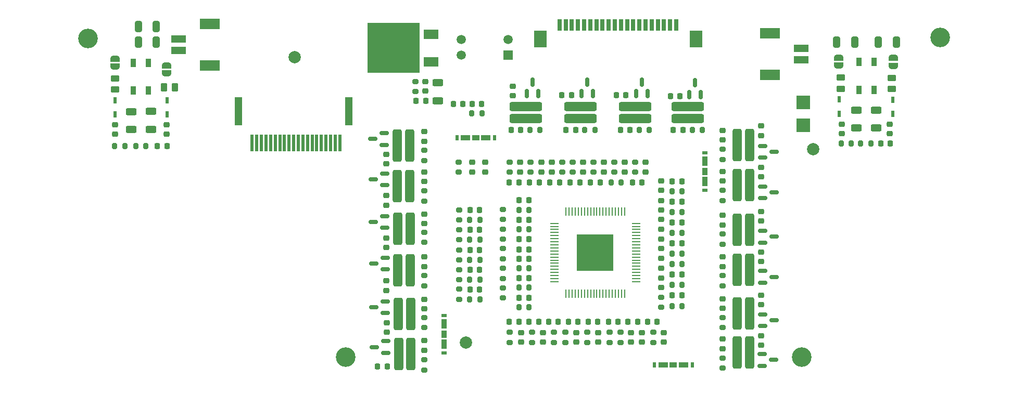
<source format=gbr>
%TF.GenerationSoftware,KiCad,Pcbnew,8.0.2*%
%TF.CreationDate,2025-02-09T16:12:03+01:00*%
%TF.ProjectId,FT25_AMS_Slave_fr,46543235-5f41-44d5-935f-536c6176655f,rev?*%
%TF.SameCoordinates,Original*%
%TF.FileFunction,Soldermask,Top*%
%TF.FilePolarity,Negative*%
%FSLAX46Y46*%
G04 Gerber Fmt 4.6, Leading zero omitted, Abs format (unit mm)*
G04 Created by KiCad (PCBNEW 8.0.2) date 2025-02-09 16:12:03*
%MOMM*%
%LPD*%
G01*
G04 APERTURE LIST*
G04 Aperture macros list*
%AMRoundRect*
0 Rectangle with rounded corners*
0 $1 Rounding radius*
0 $2 $3 $4 $5 $6 $7 $8 $9 X,Y pos of 4 corners*
0 Add a 4 corners polygon primitive as box body*
4,1,4,$2,$3,$4,$5,$6,$7,$8,$9,$2,$3,0*
0 Add four circle primitives for the rounded corners*
1,1,$1+$1,$2,$3*
1,1,$1+$1,$4,$5*
1,1,$1+$1,$6,$7*
1,1,$1+$1,$8,$9*
0 Add four rect primitives between the rounded corners*
20,1,$1+$1,$2,$3,$4,$5,0*
20,1,$1+$1,$4,$5,$6,$7,0*
20,1,$1+$1,$6,$7,$8,$9,0*
20,1,$1+$1,$8,$9,$2,$3,0*%
%AMFreePoly0*
4,1,19,0.500000,-0.750000,0.000000,-0.750000,0.000000,-0.744911,-0.071157,-0.744911,-0.207708,-0.704816,-0.327430,-0.627875,-0.420627,-0.520320,-0.479746,-0.390866,-0.500000,-0.250000,-0.500000,0.250000,-0.479746,0.390866,-0.420627,0.520320,-0.327430,0.627875,-0.207708,0.704816,-0.071157,0.744911,0.000000,0.744911,0.000000,0.750000,0.500000,0.750000,0.500000,-0.750000,0.500000,-0.750000,
$1*%
%AMFreePoly1*
4,1,19,0.000000,0.744911,0.071157,0.744911,0.207708,0.704816,0.327430,0.627875,0.420627,0.520320,0.479746,0.390866,0.500000,0.250000,0.500000,-0.250000,0.479746,-0.390866,0.420627,-0.520320,0.327430,-0.627875,0.207708,-0.704816,0.071157,-0.744911,0.000000,-0.744911,0.000000,-0.750000,-0.500000,-0.750000,-0.500000,0.750000,0.000000,0.750000,0.000000,0.744911,0.000000,0.744911,
$1*%
G04 Aperture macros list end*
%ADD10RoundRect,0.225000X0.225000X0.250000X-0.225000X0.250000X-0.225000X-0.250000X0.225000X-0.250000X0*%
%ADD11C,0.100000*%
%ADD12RoundRect,0.200000X0.275000X-0.200000X0.275000X0.200000X-0.275000X0.200000X-0.275000X-0.200000X0*%
%ADD13RoundRect,0.200000X-0.200000X-0.275000X0.200000X-0.275000X0.200000X0.275000X-0.200000X0.275000X0*%
%ADD14RoundRect,0.225000X0.250000X-0.225000X0.250000X0.225000X-0.250000X0.225000X-0.250000X-0.225000X0*%
%ADD15RoundRect,0.200000X0.200000X0.275000X-0.200000X0.275000X-0.200000X-0.275000X0.200000X-0.275000X0*%
%ADD16RoundRect,0.225000X-0.250000X0.225000X-0.250000X-0.225000X0.250000X-0.225000X0.250000X0.225000X0*%
%ADD17RoundRect,0.150000X0.150000X-0.587500X0.150000X0.587500X-0.150000X0.587500X-0.150000X-0.587500X0*%
%ADD18RoundRect,0.218750X-0.256250X0.218750X-0.256250X-0.218750X0.256250X-0.218750X0.256250X0.218750X0*%
%ADD19RoundRect,0.250000X0.625000X-0.312500X0.625000X0.312500X-0.625000X0.312500X-0.625000X-0.312500X0*%
%ADD20RoundRect,0.150000X0.587500X0.150000X-0.587500X0.150000X-0.587500X-0.150000X0.587500X-0.150000X0*%
%ADD21RoundRect,0.200000X-0.275000X0.200000X-0.275000X-0.200000X0.275000X-0.200000X0.275000X0.200000X0*%
%ADD22R,0.900000X1.350000*%
%ADD23RoundRect,0.326087X0.423913X2.323913X-0.423913X2.323913X-0.423913X-2.323913X0.423913X-2.323913X0*%
%ADD24RoundRect,0.225000X-0.225000X-0.250000X0.225000X-0.250000X0.225000X0.250000X-0.225000X0.250000X0*%
%ADD25RoundRect,0.250000X0.262500X0.450000X-0.262500X0.450000X-0.262500X-0.450000X0.262500X-0.450000X0*%
%ADD26FreePoly0,90.000000*%
%ADD27FreePoly1,90.000000*%
%ADD28RoundRect,0.326087X2.323913X-0.423913X2.323913X0.423913X-2.323913X0.423913X-2.323913X-0.423913X0*%
%ADD29R,0.600000X0.900000*%
%ADD30R,1.500000X0.900000*%
%ADD31R,1.200000X0.900000*%
%ADD32C,3.200000*%
%ADD33RoundRect,0.250000X0.325000X0.650000X-0.325000X0.650000X-0.325000X-0.650000X0.325000X-0.650000X0*%
%ADD34RoundRect,0.218750X-0.218750X-0.256250X0.218750X-0.256250X0.218750X0.256250X-0.218750X0.256250X0*%
%ADD35RoundRect,0.326087X-0.423913X-2.323913X0.423913X-2.323913X0.423913X2.323913X-0.423913X2.323913X0*%
%ADD36R,0.550000X2.700000*%
%ADD37R,1.200000X4.650000*%
%ADD38C,2.000000*%
%ADD39R,2.400000X1.150000*%
%ADD40R,3.300000X1.800000*%
%ADD41RoundRect,0.150000X-0.587500X-0.150000X0.587500X-0.150000X0.587500X0.150000X-0.587500X0.150000X0*%
%ADD42RoundRect,0.218750X0.218750X0.256250X-0.218750X0.256250X-0.218750X-0.256250X0.218750X-0.256250X0*%
%ADD43R,0.900000X0.600000*%
%ADD44R,0.900000X1.500000*%
%ADD45R,0.900000X1.200000*%
%ADD46RoundRect,0.250000X-0.325000X-0.650000X0.325000X-0.650000X0.325000X0.650000X-0.325000X0.650000X0*%
%ADD47RoundRect,0.250000X0.450000X-0.262500X0.450000X0.262500X-0.450000X0.262500X-0.450000X-0.262500X0*%
%ADD48O,0.250000X1.500000*%
%ADD49O,1.500000X0.250000*%
%ADD50C,0.600000*%
%ADD51R,6.000000X6.000000*%
%ADD52R,1.500000X1.500000*%
%ADD53C,1.500000*%
%ADD54R,0.500000X1.075000*%
%ADD55R,2.210000X2.180400*%
%ADD56RoundRect,0.250000X-0.625000X0.312500X-0.625000X-0.312500X0.625000X-0.312500X0.625000X0.312500X0*%
%ADD57R,2.400000X1.485000*%
%ADD58R,8.500000X8.200000*%
%ADD59R,0.650000X1.900000*%
%ADD60R,2.100000X2.800000*%
G04 APERTURE END LIST*
D10*
%TO.C,C64*%
X140075000Y-108450000D03*
X138525000Y-108450000D03*
%TD*%
D11*
%TO.C,*%
X86250000Y-74750000D03*
%TD*%
D12*
%TO.C,R23*%
X161600000Y-122725000D03*
X161600000Y-121075000D03*
%TD*%
D11*
%TO.C,*%
X212800000Y-99800000D03*
%TD*%
D13*
%TO.C,R79*%
X138475000Y-119450000D03*
X140125000Y-119450000D03*
%TD*%
D11*
%TO.C,*%
X212800000Y-74300000D03*
%TD*%
D14*
%TO.C,C8*%
X177900000Y-122275000D03*
X177900000Y-120725000D03*
%TD*%
D12*
%TO.C,R9*%
X144200000Y-128424999D03*
X144200000Y-126774999D03*
%TD*%
D11*
%TO.C,*%
X189400000Y-139400000D03*
%TD*%
%TO.C,*%
X215300000Y-74300000D03*
%TD*%
D15*
%TO.C,R53*%
X159687500Y-93800000D03*
X158037500Y-93800000D03*
%TD*%
D16*
%TO.C,C2*%
X116900000Y-104525000D03*
X116900000Y-106075000D03*
%TD*%
D17*
%TO.C,D29*%
X166150000Y-88037500D03*
X168050000Y-88037500D03*
X167100000Y-86162500D03*
%TD*%
D12*
%TO.C,R14*%
X146000000Y-128425001D03*
X146000000Y-126775001D03*
%TD*%
D11*
%TO.C,*%
X61000000Y-74400000D03*
%TD*%
D15*
%TO.C,R42*%
X165025000Y-103800000D03*
X163375000Y-103800000D03*
%TD*%
D18*
%TO.C,D7*%
X123100000Y-107512499D03*
X123100000Y-109087499D03*
%TD*%
D10*
%TO.C,C21*%
X123325000Y-89100000D03*
X121775000Y-89100000D03*
%TD*%
D19*
%TO.C,R90*%
X196600000Y-93512500D03*
X196600000Y-90587500D03*
%TD*%
D10*
%TO.C,C69*%
X132075000Y-110100000D03*
X130525000Y-110100000D03*
%TD*%
D13*
%TO.C,R74*%
X138475000Y-116400000D03*
X140125000Y-116400000D03*
%TD*%
D11*
%TO.C,*%
X105800000Y-115000000D03*
%TD*%
D20*
%TO.C,D5*%
X116600000Y-96250000D03*
X116600000Y-94350000D03*
X114725000Y-95300000D03*
%TD*%
D11*
%TO.C,*%
X119950000Y-74800000D03*
%TD*%
D13*
%TO.C,R83*%
X72725000Y-96450000D03*
X74375000Y-96450000D03*
%TD*%
D18*
%TO.C,D11*%
X123100000Y-121412500D03*
X123100000Y-122987500D03*
%TD*%
D21*
%TO.C,R57*%
X140400000Y-99075000D03*
X140400000Y-100725000D03*
%TD*%
D22*
%TO.C,FL1*%
X78250000Y-87425000D03*
X78250000Y-82875000D03*
X75750000Y-82875000D03*
X75750000Y-87425000D03*
%TD*%
D14*
%TO.C,C56*%
X152300000Y-100675000D03*
X152300000Y-99125000D03*
%TD*%
D23*
%TO.C,R17*%
X120800000Y-116700000D03*
X118800000Y-116700000D03*
%TD*%
D12*
%TO.C,R7*%
X137000000Y-128425001D03*
X137000000Y-126775001D03*
%TD*%
D11*
%TO.C,*%
X63850000Y-83650000D03*
%TD*%
D24*
%TO.C,C22*%
X136925000Y-125100000D03*
X138475000Y-125100000D03*
%TD*%
D10*
%TO.C,C70*%
X140075000Y-117950000D03*
X138525000Y-117950000D03*
%TD*%
D11*
%TO.C,*%
X118850000Y-74800000D03*
%TD*%
D25*
%TO.C,R87*%
X82562500Y-86900000D03*
X80737500Y-86900000D03*
%TD*%
D26*
%TO.C,JP2*%
X81200000Y-84650000D03*
D27*
X81200000Y-83350000D03*
%TD*%
D28*
%TO.C,R59*%
X139600000Y-92000000D03*
X139600000Y-90000000D03*
%TD*%
D11*
%TO.C,*%
X59500000Y-74400000D03*
%TD*%
D29*
%TO.C,J4*%
X128400000Y-95100000D03*
D30*
X129800000Y-95100000D03*
D31*
X131450000Y-95100000D03*
D30*
X133100000Y-95100000D03*
D29*
X134500000Y-95100000D03*
%TD*%
D15*
%TO.C,R36*%
X165025002Y-110600000D03*
X163375002Y-110600000D03*
%TD*%
%TO.C,R55*%
X150825000Y-93800000D03*
X149175000Y-93800000D03*
%TD*%
D11*
%TO.C,*%
X62400000Y-99900000D03*
%TD*%
D18*
%TO.C,D16*%
X171600000Y-121312500D03*
X171600000Y-122887500D03*
%TD*%
D12*
%TO.C,R34*%
X171600000Y-119225000D03*
X171600000Y-117575000D03*
%TD*%
D32*
%TO.C,H1*%
X68400000Y-78900000D03*
%TD*%
D10*
%TO.C,C47*%
X164975002Y-102200000D03*
X163425002Y-102200000D03*
%TD*%
D24*
%TO.C,C75*%
X197325000Y-96050000D03*
X198875000Y-96050000D03*
%TD*%
D33*
%TO.C,C79*%
X79525000Y-79550000D03*
X76575000Y-79550000D03*
%TD*%
D11*
%TO.C,*%
X189050000Y-113350000D03*
%TD*%
D14*
%TO.C,C10*%
X177900000Y-108675000D03*
X177900000Y-107125000D03*
%TD*%
D17*
%TO.C,D34*%
X139750000Y-87937500D03*
X141650000Y-87937500D03*
X140700000Y-86062500D03*
%TD*%
%TO.C,D30*%
X157550000Y-87937500D03*
X159450000Y-87937500D03*
X158500000Y-86062500D03*
%TD*%
D34*
%TO.C,D31*%
X146112500Y-93800000D03*
X147687500Y-93800000D03*
%TD*%
D12*
%TO.C,R27*%
X171600000Y-132625000D03*
X171600000Y-130975000D03*
%TD*%
%TO.C,R22*%
X160300000Y-128425000D03*
X160300000Y-126775000D03*
%TD*%
D14*
%TO.C,C43*%
X161600000Y-106875000D03*
X161600000Y-105325000D03*
%TD*%
D11*
%TO.C,*%
X116250000Y-134800000D03*
%TD*%
D18*
%TO.C,D15*%
X171600000Y-127912500D03*
X171600000Y-129487500D03*
%TD*%
D11*
%TO.C,*%
X194000000Y-74800000D03*
%TD*%
%TO.C,*%
X58100000Y-74400000D03*
%TD*%
D12*
%TO.C,R15*%
X149600000Y-128425000D03*
X149600000Y-126775000D03*
%TD*%
D33*
%TO.C,C81*%
X199875000Y-79550000D03*
X196925000Y-79550000D03*
%TD*%
%TO.C,C80*%
X193075000Y-79550000D03*
X190125000Y-79550000D03*
%TD*%
D12*
%TO.C,R46*%
X171600000Y-98624999D03*
X171600000Y-96974999D03*
%TD*%
D23*
%TO.C,R10*%
X120725000Y-103000000D03*
X118725000Y-103000000D03*
%TD*%
D16*
%TO.C,C36*%
X158500000Y-126825000D03*
X158500000Y-128375000D03*
%TD*%
D35*
%TO.C,R45*%
X174000000Y-96300000D03*
X176000000Y-96300000D03*
%TD*%
D36*
%TO.C,J11*%
X95100000Y-95975000D03*
X95850000Y-95975000D03*
X96600000Y-95975000D03*
X97350000Y-95975000D03*
X98100000Y-95975000D03*
X98850000Y-95975000D03*
X99600000Y-95975000D03*
X100350000Y-95975000D03*
X101100000Y-95975000D03*
X101850000Y-95975000D03*
X102600000Y-95975000D03*
X103350000Y-95975000D03*
X104100000Y-95975000D03*
X104850000Y-95975000D03*
X105600000Y-95975000D03*
X106350000Y-95975000D03*
X107100000Y-95975000D03*
X107850000Y-95975000D03*
X108600000Y-95975000D03*
X109350000Y-95975000D03*
D37*
X92870000Y-90800000D03*
X110830000Y-90800000D03*
%TD*%
D14*
%TO.C,C9*%
X177900000Y-115275000D03*
X177900000Y-113725000D03*
%TD*%
D38*
%TO.C,FID2*%
X186350000Y-96950000D03*
%TD*%
D39*
%TO.C,J10*%
X184350000Y-82400000D03*
X184350000Y-80550000D03*
D40*
X179300000Y-84825000D03*
X179300000Y-78125000D03*
%TD*%
D10*
%TO.C,C66*%
X132075000Y-119800000D03*
X130525000Y-119800000D03*
%TD*%
D12*
%TO.C,R56*%
X145500000Y-100725000D03*
X145500000Y-99075000D03*
%TD*%
D24*
%TO.C,C46*%
X163425000Y-112300000D03*
X164975000Y-112300000D03*
%TD*%
D29*
%TO.C,J6*%
X160550000Y-132100000D03*
D30*
X161950000Y-132100000D03*
D31*
X163600000Y-132100000D03*
D30*
X165250000Y-132100000D03*
D29*
X166650000Y-132100000D03*
%TD*%
D16*
%TO.C,C5*%
X117000000Y-125225000D03*
X117000000Y-126775000D03*
%TD*%
%TO.C,C54*%
X148900000Y-99125000D03*
X148900000Y-100675000D03*
%TD*%
D11*
%TO.C,*%
X155900000Y-74750000D03*
%TD*%
%TO.C,*%
X162600000Y-134850000D03*
%TD*%
D14*
%TO.C,C7*%
X177850000Y-128875000D03*
X177850000Y-127325000D03*
%TD*%
D41*
%TO.C,D18*%
X178087500Y-123874999D03*
X178087500Y-125774999D03*
X179962500Y-124824999D03*
%TD*%
D11*
%TO.C,*%
X58100000Y-99900000D03*
%TD*%
%TO.C,*%
X163700000Y-134850000D03*
%TD*%
%TO.C,*%
X105300000Y-139300000D03*
%TD*%
D16*
%TO.C,C31*%
X147800000Y-126825001D03*
X147800000Y-128375001D03*
%TD*%
D12*
%TO.C,R16*%
X153200000Y-128425000D03*
X153200000Y-126775000D03*
%TD*%
D14*
%TO.C,C24*%
X142400000Y-128374999D03*
X142400000Y-126824999D03*
%TD*%
D21*
%TO.C,R63*%
X135900000Y-109975000D03*
X135900000Y-111625000D03*
%TD*%
D11*
%TO.C,*%
X201600000Y-99300000D03*
%TD*%
D41*
%TO.C,D26*%
X178087500Y-96462500D03*
X178087500Y-98362500D03*
X179962500Y-97412500D03*
%TD*%
D26*
%TO.C,JP4*%
X199400000Y-83400000D03*
D27*
X199400000Y-82100000D03*
%TD*%
D10*
%TO.C,C62*%
X140075000Y-121150000D03*
X138525000Y-121150000D03*
%TD*%
D14*
%TO.C,C19*%
X133000000Y-100675000D03*
X133000000Y-99125000D03*
%TD*%
%TO.C,C29*%
X151400000Y-128375000D03*
X151400000Y-126825000D03*
%TD*%
D24*
%TO.C,C28*%
X149725000Y-125100000D03*
X151275000Y-125100000D03*
%TD*%
%TO.C,C25*%
X143325000Y-125100000D03*
X144875000Y-125100000D03*
%TD*%
D21*
%TO.C,R44*%
X154000000Y-99075001D03*
X154000000Y-100725001D03*
%TD*%
D42*
%TO.C,D2*%
X132437500Y-89600000D03*
X130862500Y-89600000D03*
%TD*%
D12*
%TO.C,R6*%
X123100000Y-98825000D03*
X123100000Y-97175000D03*
%TD*%
D11*
%TO.C,*%
X105800000Y-116100000D03*
%TD*%
D12*
%TO.C,R2*%
X121650000Y-87575000D03*
X121650000Y-85925000D03*
%TD*%
D23*
%TO.C,R5*%
X120725000Y-96412499D03*
X118725000Y-96412499D03*
%TD*%
D43*
%TO.C,J5*%
X168700000Y-103650000D03*
D44*
X168700000Y-102250000D03*
D45*
X168700000Y-100600000D03*
D44*
X168700000Y-98950000D03*
D43*
X168700000Y-97550000D03*
%TD*%
D12*
%TO.C,R8*%
X140600000Y-128425000D03*
X140600000Y-126775000D03*
%TD*%
D14*
%TO.C,C12*%
X177875000Y-94750000D03*
X177875000Y-93200000D03*
%TD*%
D11*
%TO.C,*%
X189050000Y-114400000D03*
%TD*%
%TO.C,*%
X61000000Y-99900000D03*
%TD*%
D18*
%TO.C,D8*%
X123100000Y-114512501D03*
X123100000Y-116087501D03*
%TD*%
D38*
%TO.C,FID3*%
X129850000Y-128450000D03*
%TD*%
D24*
%TO.C,C74*%
X79675000Y-96450000D03*
X81225000Y-96450000D03*
%TD*%
D34*
%TO.C,D27*%
X163574998Y-93800000D03*
X165149998Y-93800000D03*
%TD*%
D46*
%TO.C,C78*%
X76575000Y-76950000D03*
X79525000Y-76950000D03*
%TD*%
D21*
%TO.C,R69*%
X128800000Y-119775000D03*
X128800000Y-121425000D03*
%TD*%
%TO.C,R50*%
X150600000Y-99075000D03*
X150600000Y-100725000D03*
%TD*%
D13*
%TO.C,R68*%
X138475000Y-106850000D03*
X140125000Y-106850000D03*
%TD*%
D11*
%TO.C,*%
X189400000Y-136200000D03*
%TD*%
D47*
%TO.C,R89*%
X199100000Y-87162500D03*
X199100000Y-85337500D03*
%TD*%
D12*
%TO.C,R32*%
X171600000Y-126024999D03*
X171600000Y-124374999D03*
%TD*%
D11*
%TO.C,*%
X105300000Y-136100000D03*
%TD*%
D21*
%TO.C,R64*%
X135900000Y-106775000D03*
X135900000Y-108425000D03*
%TD*%
D15*
%TO.C,R37*%
X165025000Y-107200000D03*
X163375000Y-107200000D03*
%TD*%
D14*
%TO.C,C40*%
X161600000Y-113175000D03*
X161600000Y-111625000D03*
%TD*%
D28*
%TO.C,R47*%
X165950000Y-92000000D03*
X165950000Y-90000000D03*
%TD*%
D20*
%TO.C,D14*%
X116812500Y-130150000D03*
X116812500Y-128250000D03*
X114937500Y-129200000D03*
%TD*%
D26*
%TO.C,JP3*%
X190500000Y-83375000D03*
D27*
X190500000Y-82075000D03*
%TD*%
D15*
%TO.C,R35*%
X165025000Y-114000000D03*
X163375000Y-114000000D03*
%TD*%
D41*
%TO.C,D22*%
X178087500Y-110274999D03*
X178087500Y-112174999D03*
X179962500Y-111224999D03*
%TD*%
D11*
%TO.C,*%
X154850000Y-74750000D03*
%TD*%
D14*
%TO.C,C34*%
X162000001Y-128374999D03*
X162000001Y-126824999D03*
%TD*%
D13*
%TO.C,R66*%
X130475000Y-118200000D03*
X132125000Y-118200000D03*
%TD*%
D48*
%TO.C,U1*%
X146150000Y-120487500D03*
X146650000Y-120487500D03*
X147150000Y-120487500D03*
X147650000Y-120487500D03*
X148150000Y-120487500D03*
X148650000Y-120487500D03*
X149150000Y-120487500D03*
X149650000Y-120487500D03*
X150150000Y-120487500D03*
X150650000Y-120487500D03*
X151150000Y-120487500D03*
X151650000Y-120487500D03*
X152150000Y-120487500D03*
X152650000Y-120487500D03*
X153150000Y-120487500D03*
X153650000Y-120487500D03*
X154150000Y-120487500D03*
X154650000Y-120487500D03*
X155150000Y-120487500D03*
X155650000Y-120487500D03*
D49*
X157587500Y-118550000D03*
X157587500Y-118050000D03*
X157587500Y-117550000D03*
X157587500Y-117050000D03*
X157587500Y-116550000D03*
X157587500Y-116050000D03*
X157587500Y-115550000D03*
X157587500Y-115050000D03*
X157587500Y-114550000D03*
X157587500Y-114050000D03*
X157587500Y-113550000D03*
X157587500Y-113050000D03*
X157587500Y-112550000D03*
X157587500Y-112050000D03*
X157587500Y-111550000D03*
X157587500Y-111050000D03*
X157587500Y-110550000D03*
X157587500Y-110050000D03*
X157587500Y-109550000D03*
X157587500Y-109050000D03*
D48*
X155650000Y-107112500D03*
X155150000Y-107112500D03*
X154650000Y-107112500D03*
X154150000Y-107112500D03*
X153650000Y-107112500D03*
X153150000Y-107112500D03*
X152650000Y-107112500D03*
X152150000Y-107112500D03*
X151650000Y-107112500D03*
X151150000Y-107112500D03*
X150650000Y-107112500D03*
X150150000Y-107112500D03*
X149650000Y-107112500D03*
X149150000Y-107112500D03*
X148650000Y-107112500D03*
X148150000Y-107112500D03*
X147650000Y-107112500D03*
X147150000Y-107112500D03*
X146650000Y-107112500D03*
X146150000Y-107112500D03*
D49*
X144212500Y-109050000D03*
X144212500Y-109550000D03*
X144212500Y-110050000D03*
X144212500Y-110550000D03*
X144212500Y-111050000D03*
X144212500Y-111550000D03*
D50*
X148400000Y-116300000D03*
X149400000Y-116300000D03*
X150400000Y-116300000D03*
X151400000Y-116300000D03*
X152400000Y-116300000D03*
X153400000Y-116300000D03*
X148400000Y-115300000D03*
X149400000Y-115300000D03*
X150400000Y-115300000D03*
X151400000Y-115300000D03*
X152400000Y-115300000D03*
X153400000Y-115300000D03*
X148400000Y-114300000D03*
X149400000Y-114300000D03*
X150400000Y-114300000D03*
X151400000Y-114300000D03*
X152400000Y-114300000D03*
X153400000Y-114300000D03*
D51*
X150900000Y-113800000D03*
D50*
X148400000Y-113300000D03*
X149400000Y-113300000D03*
X150400000Y-113300000D03*
X151400000Y-113300000D03*
X152400000Y-113300000D03*
X153400000Y-113300000D03*
X148400000Y-112300000D03*
X149400000Y-112300000D03*
X150400000Y-112300000D03*
X151400000Y-112300000D03*
X152400000Y-112300000D03*
X153400000Y-112300000D03*
D49*
X144212500Y-112050000D03*
D50*
X148400000Y-111300000D03*
X149400000Y-111300000D03*
X150400000Y-111300000D03*
X151400000Y-111300000D03*
X152400000Y-111300000D03*
X153400000Y-111300000D03*
D49*
X144212500Y-112550000D03*
X144212500Y-113050000D03*
X144212500Y-113550000D03*
X144212500Y-114050000D03*
X144212500Y-114550000D03*
X144212500Y-115050000D03*
X144212500Y-115550000D03*
X144212500Y-116050000D03*
X144212500Y-116550000D03*
X144212500Y-117050000D03*
X144212500Y-117550000D03*
X144212500Y-118050000D03*
X144212500Y-118550000D03*
%TD*%
D24*
%TO.C,C35*%
X159425000Y-125100000D03*
X160975000Y-125100000D03*
%TD*%
D16*
%TO.C,C49*%
X155700000Y-99125000D03*
X155700000Y-100675000D03*
%TD*%
D11*
%TO.C,*%
X83100000Y-99350000D03*
%TD*%
D35*
%TO.C,R26*%
X174000000Y-130112502D03*
X176000000Y-130112502D03*
%TD*%
D18*
%TO.C,D23*%
X171600001Y-100587501D03*
X171600001Y-102162501D03*
%TD*%
D13*
%TO.C,R65*%
X138475000Y-122700000D03*
X140125000Y-122700000D03*
%TD*%
D15*
%TO.C,R30*%
X165025000Y-115700000D03*
X163375000Y-115700000D03*
%TD*%
D21*
%TO.C,R1*%
X128700000Y-99075000D03*
X128700000Y-100725000D03*
%TD*%
D13*
%TO.C,R80*%
X130475000Y-115000000D03*
X132125000Y-115000000D03*
%TD*%
D11*
%TO.C,*%
X216600000Y-99800000D03*
%TD*%
D14*
%TO.C,C73*%
X191000000Y-94425000D03*
X191000000Y-92875000D03*
%TD*%
D22*
%TO.C,FL2*%
X196250000Y-87300000D03*
X196250000Y-82750000D03*
X193750000Y-82750000D03*
X193750000Y-87300000D03*
%TD*%
D11*
%TO.C,*%
X117800000Y-74800000D03*
%TD*%
D35*
%TO.C,R40*%
X174000000Y-102850000D03*
X176000000Y-102850000D03*
%TD*%
D13*
%TO.C,R76*%
X130475000Y-111700000D03*
X132125000Y-111700000D03*
%TD*%
%TO.C,R82*%
X194075000Y-96050000D03*
X195725000Y-96050000D03*
%TD*%
%TO.C,R67*%
X138475000Y-110000000D03*
X140125000Y-110000000D03*
%TD*%
D32*
%TO.C,H3*%
X184500000Y-130800000D03*
%TD*%
D19*
%TO.C,R3*%
X125250000Y-89062500D03*
X125250000Y-86137500D03*
%TD*%
D52*
%TO.C,S101*%
X136760000Y-81620000D03*
D53*
X136760000Y-79080000D03*
X129140000Y-79080000D03*
X129140000Y-81620000D03*
%TD*%
D21*
%TO.C,R71*%
X128800000Y-106875000D03*
X128800000Y-108525000D03*
%TD*%
D23*
%TO.C,R19*%
X120862500Y-123812499D03*
X118862500Y-123812499D03*
%TD*%
D14*
%TO.C,C61*%
X142100000Y-100675000D03*
X142100000Y-99125000D03*
%TD*%
D10*
%TO.C,C71*%
X132075000Y-113400000D03*
X130525000Y-113400000D03*
%TD*%
D13*
%TO.C,R73*%
X130475000Y-121400000D03*
X132125000Y-121400000D03*
%TD*%
D14*
%TO.C,C51*%
X159100000Y-100675000D03*
X159100000Y-99125000D03*
%TD*%
D10*
%TO.C,C65*%
X140075000Y-105300000D03*
X138525000Y-105300000D03*
%TD*%
D54*
%TO.C,D38*%
X190600000Y-91175000D03*
X190600000Y-88875000D03*
%TD*%
D15*
%TO.C,R48*%
X168325000Y-93800000D03*
X166675000Y-93800000D03*
%TD*%
D14*
%TO.C,C32*%
X156700000Y-128375001D03*
X156700000Y-126825001D03*
%TD*%
D10*
%TO.C,C58*%
X138475000Y-102400000D03*
X136925000Y-102400000D03*
%TD*%
%TO.C,C52*%
X151675000Y-102400000D03*
X150125000Y-102400000D03*
%TD*%
D20*
%TO.C,D13*%
X116737500Y-123650000D03*
X116737500Y-121750000D03*
X114862500Y-122700000D03*
%TD*%
D32*
%TO.C,H2*%
X207000000Y-78800000D03*
%TD*%
D11*
%TO.C,*%
X211500000Y-84150000D03*
%TD*%
D10*
%TO.C,C20*%
X140075000Y-113300000D03*
X138525000Y-113300000D03*
%TD*%
D34*
%TO.C,D28*%
X154987500Y-93800000D03*
X156562500Y-93800000D03*
%TD*%
D11*
%TO.C,*%
X214100000Y-74300000D03*
%TD*%
D24*
%TO.C,C41*%
X163425002Y-120800000D03*
X164975002Y-120800000D03*
%TD*%
D15*
%TO.C,R29*%
X165025000Y-119100000D03*
X163375000Y-119100000D03*
%TD*%
D14*
%TO.C,C17*%
X130850000Y-100675000D03*
X130850000Y-99125000D03*
%TD*%
D11*
%TO.C,*%
X214100000Y-99800000D03*
%TD*%
D13*
%TO.C,R84*%
X190875000Y-96050000D03*
X192525000Y-96050000D03*
%TD*%
D21*
%TO.C,R62*%
X128800000Y-116575000D03*
X128800000Y-118225000D03*
%TD*%
D11*
%TO.C,*%
X195100000Y-74800000D03*
%TD*%
D34*
%TO.C,FB1*%
X127812500Y-89600000D03*
X129387500Y-89600000D03*
%TD*%
D54*
%TO.C,D35*%
X81250000Y-91300000D03*
X81250000Y-89000000D03*
%TD*%
D11*
%TO.C,*%
X118400000Y-134800000D03*
%TD*%
D18*
%TO.C,D12*%
X123100000Y-128162499D03*
X123100000Y-129737499D03*
%TD*%
D11*
%TO.C,*%
X84100000Y-74750000D03*
%TD*%
D16*
%TO.C,C18*%
X123250000Y-85975000D03*
X123250000Y-87525000D03*
%TD*%
D24*
%TO.C,C23*%
X140125000Y-125100000D03*
X141675000Y-125100000D03*
%TD*%
D11*
%TO.C,*%
X216600000Y-74300000D03*
%TD*%
D21*
%TO.C,R51*%
X147200000Y-99075000D03*
X147200000Y-100725000D03*
%TD*%
D11*
%TO.C,*%
X211500000Y-82000000D03*
%TD*%
D20*
%TO.C,D9*%
X116637500Y-109750000D03*
X116637500Y-107850000D03*
X114762500Y-108800000D03*
%TD*%
D10*
%TO.C,C55*%
X145075000Y-102400000D03*
X143525000Y-102400000D03*
%TD*%
D12*
%TO.C,R18*%
X123100000Y-119225000D03*
X123100000Y-117575000D03*
%TD*%
D14*
%TO.C,C72*%
X72800000Y-94525000D03*
X72800000Y-92975000D03*
%TD*%
D15*
%TO.C,R81*%
X77825000Y-96450000D03*
X76175000Y-96450000D03*
%TD*%
D41*
%TO.C,D21*%
X178125000Y-116812499D03*
X178125000Y-118712499D03*
X180000000Y-117762499D03*
%TD*%
D14*
%TO.C,C11*%
X177900000Y-101475000D03*
X177900000Y-99925000D03*
%TD*%
D11*
%TO.C,*%
X189400000Y-137800000D03*
%TD*%
D16*
%TO.C,C1*%
X116900000Y-97825000D03*
X116900000Y-99375000D03*
%TD*%
D13*
%TO.C,R4*%
X130825000Y-91100000D03*
X132475000Y-91100000D03*
%TD*%
D11*
%TO.C,*%
X202700000Y-99300000D03*
%TD*%
D24*
%TO.C,C33*%
X156225000Y-125100000D03*
X157775000Y-125100000D03*
%TD*%
D41*
%TO.C,D25*%
X178125000Y-103037500D03*
X178125000Y-104937500D03*
X180000000Y-103987500D03*
%TD*%
D47*
%TO.C,R91*%
X72800000Y-87262500D03*
X72800000Y-85437500D03*
%TD*%
D12*
%TO.C,R21*%
X155000000Y-128425001D03*
X155000000Y-126775001D03*
%TD*%
D21*
%TO.C,R78*%
X128800000Y-113375000D03*
X128800000Y-115025000D03*
%TD*%
D15*
%TO.C,R60*%
X141925000Y-93800000D03*
X140275000Y-93800000D03*
%TD*%
D28*
%TO.C,R52*%
X157400000Y-92000000D03*
X157400000Y-90000000D03*
%TD*%
D47*
%TO.C,R92*%
X190800000Y-87137500D03*
X190800000Y-85312500D03*
%TD*%
D55*
%TO.C,D1*%
X184700000Y-93057200D03*
X184700000Y-89342800D03*
%TD*%
D11*
%TO.C,*%
X117300000Y-134800000D03*
%TD*%
D18*
%TO.C,D20*%
X171600000Y-107724999D03*
X171600000Y-109299999D03*
%TD*%
D11*
%TO.C,*%
X105800000Y-117150000D03*
%TD*%
D14*
%TO.C,C42*%
X161600000Y-109975000D03*
X161600000Y-108425000D03*
%TD*%
D54*
%TO.C,D36*%
X199300000Y-91200000D03*
X199300000Y-88900000D03*
%TD*%
D11*
%TO.C,*%
X164750000Y-134850000D03*
%TD*%
D10*
%TO.C,C6*%
X117050000Y-132400000D03*
X115500000Y-132400000D03*
%TD*%
D11*
%TO.C,*%
X200550000Y-99300000D03*
%TD*%
D16*
%TO.C,C77*%
X198800000Y-92875000D03*
X198800000Y-94425000D03*
%TD*%
D10*
%TO.C,C82*%
X140075000Y-111600000D03*
X138525000Y-111600000D03*
%TD*%
D11*
%TO.C,*%
X62400000Y-74400000D03*
%TD*%
%TO.C,*%
X157000000Y-74750000D03*
%TD*%
D14*
%TO.C,C16*%
X137462500Y-88275000D03*
X137462500Y-86725000D03*
%TD*%
D11*
%TO.C,*%
X63850000Y-82550000D03*
%TD*%
D34*
%TO.C,D32*%
X137212500Y-93800000D03*
X138787500Y-93800000D03*
%TD*%
D11*
%TO.C,*%
X59500000Y-99900000D03*
%TD*%
D54*
%TO.C,D37*%
X72800000Y-91300000D03*
X72800000Y-89000000D03*
%TD*%
D35*
%TO.C,R38*%
X174000000Y-110112499D03*
X176000000Y-110112499D03*
%TD*%
D10*
%TO.C,C14*%
X155875000Y-88200000D03*
X154325000Y-88200000D03*
%TD*%
D38*
%TO.C,FID1*%
X102000000Y-82000000D03*
%TD*%
D12*
%TO.C,R11*%
X123100000Y-105425000D03*
X123100000Y-103775000D03*
%TD*%
D13*
%TO.C,R75*%
X130475000Y-108500000D03*
X132125000Y-108500000D03*
%TD*%
D18*
%TO.C,D4*%
X123100000Y-100662499D03*
X123100000Y-102237499D03*
%TD*%
%TO.C,D3*%
X123100001Y-94112500D03*
X123100001Y-95687500D03*
%TD*%
D11*
%TO.C,*%
X85150000Y-74750000D03*
%TD*%
%TO.C,*%
X192950000Y-74800000D03*
%TD*%
D21*
%TO.C,R70*%
X135900000Y-113175000D03*
X135900000Y-114825000D03*
%TD*%
D14*
%TO.C,C38*%
X161600000Y-116325002D03*
X161600000Y-114775002D03*
%TD*%
D18*
%TO.C,D24*%
X171600000Y-93912500D03*
X171600000Y-95487500D03*
%TD*%
D23*
%TO.C,R12*%
X120762500Y-109912499D03*
X118762500Y-109912499D03*
%TD*%
D11*
%TO.C,*%
X189050000Y-112250000D03*
%TD*%
D16*
%TO.C,C59*%
X138700000Y-99125000D03*
X138700000Y-100675000D03*
%TD*%
D10*
%TO.C,C45*%
X164975000Y-105500000D03*
X163425000Y-105500000D03*
%TD*%
D21*
%TO.C,R61*%
X135900000Y-119575000D03*
X135900000Y-121225000D03*
%TD*%
D56*
%TO.C,R86*%
X193400000Y-90587500D03*
X193400000Y-93512500D03*
%TD*%
D12*
%TO.C,R25*%
X123100000Y-132925000D03*
X123100000Y-131275000D03*
%TD*%
D10*
%TO.C,C39*%
X164975000Y-117400000D03*
X163425000Y-117400000D03*
%TD*%
D24*
%TO.C,C60*%
X140225000Y-102400000D03*
X141775000Y-102400000D03*
%TD*%
D28*
%TO.C,R54*%
X148500000Y-92000000D03*
X148500000Y-90000000D03*
%TD*%
D10*
%TO.C,C68*%
X132075000Y-106900000D03*
X130525000Y-106900000D03*
%TD*%
D11*
%TO.C,*%
X211500000Y-83100000D03*
%TD*%
D14*
%TO.C,C48*%
X161600000Y-103675000D03*
X161600000Y-102125000D03*
%TD*%
D13*
%TO.C,R49*%
X153475000Y-102400000D03*
X155125000Y-102400000D03*
%TD*%
D16*
%TO.C,C4*%
X116900000Y-118425000D03*
X116900000Y-119975000D03*
%TD*%
D12*
%TO.C,R20*%
X123099999Y-126025001D03*
X123099999Y-124375001D03*
%TD*%
D57*
%TO.C,Q1*%
X124150000Y-82742500D03*
D58*
X118100000Y-80500000D03*
D57*
X124150000Y-78257500D03*
%TD*%
D12*
%TO.C,R39*%
X171600000Y-112437498D03*
X171600000Y-110787498D03*
%TD*%
D59*
%TO.C,J2*%
X145075000Y-76700000D03*
X146075000Y-76700000D03*
X147075000Y-76700000D03*
X148075000Y-76700000D03*
X149075000Y-76700000D03*
X150075000Y-76700000D03*
X151075000Y-76700000D03*
X152075000Y-76700000D03*
X153075000Y-76700000D03*
X154075000Y-76700000D03*
X155075000Y-76700000D03*
X156075000Y-76700000D03*
X157075000Y-76700000D03*
X158075000Y-76700000D03*
X159075000Y-76700000D03*
X160075000Y-76700000D03*
X161075000Y-76700000D03*
X162075000Y-76700000D03*
X163075000Y-76700000D03*
X164075000Y-76700000D03*
D60*
X141950000Y-79050000D03*
X167250000Y-79050000D03*
%TD*%
D15*
%TO.C,R28*%
X165025000Y-122500000D03*
X163375000Y-122500000D03*
%TD*%
D39*
%TO.C,J8*%
X83165000Y-79025000D03*
X83165000Y-80875000D03*
D40*
X88215000Y-76600000D03*
X88215000Y-83300000D03*
%TD*%
D32*
%TO.C,H4*%
X110300000Y-130800000D03*
%TD*%
D16*
%TO.C,C76*%
X81200000Y-92975000D03*
X81200000Y-94525000D03*
%TD*%
D20*
%TO.C,D6*%
X116637500Y-102837500D03*
X116637500Y-100937500D03*
X114762500Y-101887500D03*
%TD*%
D21*
%TO.C,R43*%
X157400000Y-99075000D03*
X157400000Y-100725000D03*
%TD*%
D16*
%TO.C,C3*%
X116900000Y-111425000D03*
X116900000Y-112975000D03*
%TD*%
D35*
%TO.C,R31*%
X174000000Y-123712499D03*
X176000000Y-123712499D03*
%TD*%
D11*
%TO.C,*%
X84150000Y-99350000D03*
%TD*%
D14*
%TO.C,C37*%
X161600000Y-119500002D03*
X161600000Y-117950002D03*
%TD*%
D19*
%TO.C,R85*%
X75400000Y-93762500D03*
X75400000Y-90837500D03*
%TD*%
D10*
%TO.C,C67*%
X140075000Y-114850000D03*
X138525000Y-114850000D03*
%TD*%
D26*
%TO.C,JP1*%
X72800000Y-83500000D03*
D27*
X72800000Y-82200000D03*
%TD*%
D21*
%TO.C,R72*%
X128800000Y-110075000D03*
X128800000Y-111725000D03*
%TD*%
D11*
%TO.C,*%
X215300000Y-99800000D03*
%TD*%
D20*
%TO.C,D10*%
X116712500Y-116537500D03*
X116712500Y-114637500D03*
X114837500Y-115587500D03*
%TD*%
D41*
%TO.C,D17*%
X178062500Y-130350000D03*
X178062500Y-132250000D03*
X179937500Y-131300000D03*
%TD*%
D23*
%TO.C,R24*%
X120900000Y-130312500D03*
X118900000Y-130312500D03*
%TD*%
D11*
%TO.C,*%
X63850000Y-84700000D03*
%TD*%
D12*
%TO.C,R41*%
X171600001Y-105325000D03*
X171600001Y-103675000D03*
%TD*%
D10*
%TO.C,C15*%
X147025000Y-88200000D03*
X145475000Y-88200000D03*
%TD*%
%TO.C,C63*%
X132075000Y-116600000D03*
X130525000Y-116600000D03*
%TD*%
D24*
%TO.C,C50*%
X156925000Y-102400000D03*
X158475000Y-102400000D03*
%TD*%
D16*
%TO.C,C57*%
X143800000Y-99125000D03*
X143800000Y-100675000D03*
%TD*%
D18*
%TO.C,D19*%
X171600000Y-114512500D03*
X171600000Y-116087500D03*
%TD*%
D21*
%TO.C,R77*%
X135900000Y-116375000D03*
X135900000Y-118025000D03*
%TD*%
D11*
%TO.C,*%
X85250000Y-99350000D03*
%TD*%
D12*
%TO.C,R13*%
X123099999Y-112125000D03*
X123099999Y-110475000D03*
%TD*%
D11*
%TO.C,*%
X105300000Y-137700000D03*
%TD*%
D21*
%TO.C,R58*%
X137000000Y-99075000D03*
X137000000Y-100725000D03*
%TD*%
D35*
%TO.C,R33*%
X174000000Y-116650000D03*
X176000000Y-116650000D03*
%TD*%
D19*
%TO.C,R88*%
X78600000Y-93712500D03*
X78600000Y-90787500D03*
%TD*%
D10*
%TO.C,C53*%
X148375000Y-102400000D03*
X146825000Y-102400000D03*
%TD*%
%TO.C,C13*%
X164675000Y-88300000D03*
X163125000Y-88300000D03*
%TD*%
D24*
%TO.C,C27*%
X146525000Y-125100000D03*
X148075000Y-125100000D03*
%TD*%
%TO.C,C30*%
X153025000Y-125100001D03*
X154575000Y-125100001D03*
%TD*%
D43*
%TO.C,J3*%
X126300000Y-130150000D03*
D44*
X126300000Y-128750000D03*
D45*
X126300000Y-127100000D03*
D44*
X126300000Y-125450000D03*
D43*
X126300000Y-124050000D03*
%TD*%
D17*
%TO.C,D33*%
X148650000Y-87937500D03*
X150550000Y-87937500D03*
X149600000Y-86062500D03*
%TD*%
D16*
%TO.C,C26*%
X138800000Y-126825000D03*
X138800000Y-128375000D03*
%TD*%
D10*
%TO.C,C44*%
X164975000Y-108900000D03*
X163425000Y-108900000D03*
%TD*%
M02*

</source>
